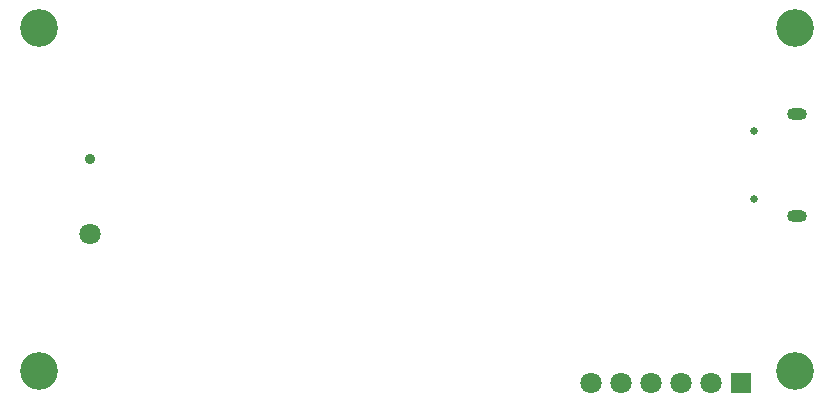
<source format=gbr>
%TF.GenerationSoftware,KiCad,Pcbnew,9.0.6*%
%TF.CreationDate,2026-01-13T17:11:53+01:00*%
%TF.ProjectId,TempWatchtV1,54656d70-5761-4746-9368-7456312e6b69,rev?*%
%TF.SameCoordinates,Original*%
%TF.FileFunction,Soldermask,Bot*%
%TF.FilePolarity,Negative*%
%FSLAX46Y46*%
G04 Gerber Fmt 4.6, Leading zero omitted, Abs format (unit mm)*
G04 Created by KiCad (PCBNEW 9.0.6) date 2026-01-13 17:11:53*
%MOMM*%
%LPD*%
G01*
G04 APERTURE LIST*
%ADD10C,3.200000*%
%ADD11C,1.800000*%
%ADD12C,0.900000*%
%ADD13R,1.800000X1.800000*%
%ADD14C,0.650000*%
%ADD15O,1.700000X1.000000*%
G04 APERTURE END LIST*
D10*
%TO.C,H602*%
X172000000Y-93000000D03*
%TD*%
D11*
%TO.C,CN11*%
X112380000Y-110455348D03*
D12*
X112380000Y-104055348D03*
%TD*%
D10*
%TO.C,H601*%
X108000000Y-93000000D03*
%TD*%
%TO.C,H603*%
X172000000Y-122000000D03*
%TD*%
D13*
%TO.C,H1*%
X167460000Y-123010000D03*
D11*
X164920000Y-123010000D03*
X162380000Y-123010000D03*
X159840000Y-123010000D03*
X157300000Y-123010000D03*
X154760000Y-123010000D03*
%TD*%
D14*
%TO.C,U5*%
X168550000Y-107475000D03*
X168550000Y-101695000D03*
D15*
X172200000Y-108905000D03*
X172200000Y-100265000D03*
%TD*%
D10*
%TO.C,H604*%
X108000000Y-122000000D03*
%TD*%
M02*

</source>
